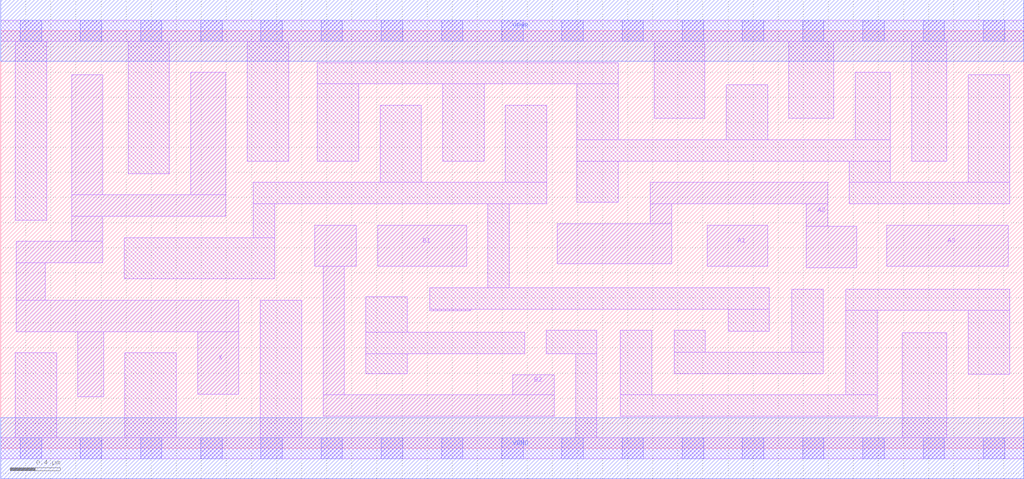
<source format=lef>
# Copyright 2020 The SkyWater PDK Authors
#
# Licensed under the Apache License, Version 2.0 (the "License");
# you may not use this file except in compliance with the License.
# You may obtain a copy of the License at
#
#     https://www.apache.org/licenses/LICENSE-2.0
#
# Unless required by applicable law or agreed to in writing, software
# distributed under the License is distributed on an "AS IS" BASIS,
# WITHOUT WARRANTIES OR CONDITIONS OF ANY KIND, either express or implied.
# See the License for the specific language governing permissions and
# limitations under the License.
#
# SPDX-License-Identifier: Apache-2.0

VERSION 5.7 ;
  NAMESCASESENSITIVE ON ;
  NOWIREEXTENSIONATPIN ON ;
  DIVIDERCHAR "/" ;
  BUSBITCHARS "[]" ;
UNITS
  DATABASE MICRONS 200 ;
END UNITS
MACRO sky130_fd_sc_hs__a32o_4
  CLASS CORE ;
  SOURCE USER ;
  FOREIGN sky130_fd_sc_hs__a32o_4 ;
  ORIGIN  0.000000  0.000000 ;
  SIZE  8.160000 BY  3.330000 ;
  SYMMETRY X Y ;
  SITE unit ;
  PIN A1
    ANTENNAGATEAREA  0.492000 ;
    DIRECTION INPUT ;
    USE SIGNAL ;
    PORT
      LAYER li1 ;
        RECT 5.635000 1.450000 6.115000 1.780000 ;
    END
  END A1
  PIN A2
    ANTENNAGATEAREA  0.492000 ;
    DIRECTION INPUT ;
    USE SIGNAL ;
    PORT
      LAYER li1 ;
        RECT 4.440000 1.470000 5.350000 1.790000 ;
        RECT 5.180000 1.790000 5.350000 1.950000 ;
        RECT 5.180000 1.950000 6.595000 2.120000 ;
        RECT 6.425000 1.440000 6.825000 1.770000 ;
        RECT 6.425000 1.770000 6.595000 1.950000 ;
    END
  END A2
  PIN A3
    ANTENNAGATEAREA  0.492000 ;
    DIRECTION INPUT ;
    USE SIGNAL ;
    PORT
      LAYER li1 ;
        RECT 7.065000 1.450000 8.035000 1.780000 ;
    END
  END A3
  PIN B1
    ANTENNAGATEAREA  0.492000 ;
    DIRECTION INPUT ;
    USE SIGNAL ;
    PORT
      LAYER li1 ;
        RECT 3.005000 1.450000 3.715000 1.780000 ;
    END
  END B1
  PIN B2
    ANTENNAGATEAREA  0.492000 ;
    DIRECTION INPUT ;
    USE SIGNAL ;
    PORT
      LAYER li1 ;
        RECT 2.505000 1.450000 2.835000 1.780000 ;
        RECT 2.570000 0.255000 4.415000 0.425000 ;
        RECT 2.570000 0.425000 2.740000 1.450000 ;
        RECT 4.085000 0.425000 4.415000 0.585000 ;
    END
  END B2
  PIN X
    ANTENNADIFFAREA  1.097500 ;
    DIRECTION OUTPUT ;
    USE SIGNAL ;
    PORT
      LAYER li1 ;
        RECT 0.125000 0.930000 1.900000 1.180000 ;
        RECT 0.125000 1.180000 0.355000 1.480000 ;
        RECT 0.125000 1.480000 0.815000 1.650000 ;
        RECT 0.565000 1.650000 0.815000 1.850000 ;
        RECT 0.565000 1.850000 1.795000 2.020000 ;
        RECT 0.565000 2.020000 0.815000 2.980000 ;
        RECT 0.615000 0.410000 0.820000 0.930000 ;
        RECT 1.515000 2.020000 1.795000 3.000000 ;
        RECT 1.570000 0.430000 1.900000 0.930000 ;
    END
  END X
  PIN VGND
    DIRECTION INOUT ;
    USE GROUND ;
    PORT
      LAYER met1 ;
        RECT 0.000000 -0.245000 8.160000 0.245000 ;
    END
  END VGND
  PIN VPWR
    DIRECTION INOUT ;
    USE POWER ;
    PORT
      LAYER met1 ;
        RECT 0.000000 3.085000 8.160000 3.575000 ;
    END
  END VPWR
  OBS
    LAYER li1 ;
      RECT 0.000000 -0.085000 8.160000 0.085000 ;
      RECT 0.000000  3.245000 8.160000 3.415000 ;
      RECT 0.115000  0.085000 0.445000 0.760000 ;
      RECT 0.115000  1.820000 0.365000 3.245000 ;
      RECT 0.985000  1.350000 2.185000 1.680000 ;
      RECT 0.990000  0.085000 1.400000 0.760000 ;
      RECT 1.015000  2.190000 1.345000 3.245000 ;
      RECT 1.965000  2.290000 2.295000 3.245000 ;
      RECT 2.015000  1.680000 2.185000 1.950000 ;
      RECT 2.015000  1.950000 4.355000 2.120000 ;
      RECT 2.070000  0.085000 2.400000 1.180000 ;
      RECT 2.525000  2.290000 2.855000 2.905000 ;
      RECT 2.525000  2.905000 4.925000 3.075000 ;
      RECT 2.910000  0.595000 3.240000 0.755000 ;
      RECT 2.910000  0.755000 4.180000 0.925000 ;
      RECT 2.910000  0.925000 3.240000 1.210000 ;
      RECT 3.025000  2.120000 3.355000 2.735000 ;
      RECT 3.420000  1.095000 3.750000 1.110000 ;
      RECT 3.420000  1.110000 6.130000 1.280000 ;
      RECT 3.525000  2.290000 3.855000 2.905000 ;
      RECT 3.885000  1.280000 4.055000 1.950000 ;
      RECT 4.025000  2.120000 4.355000 2.735000 ;
      RECT 4.350000  0.755000 4.755000 0.940000 ;
      RECT 4.585000  0.085000 4.755000 0.755000 ;
      RECT 4.595000  1.960000 4.925000 2.290000 ;
      RECT 4.595000  2.290000 7.095000 2.460000 ;
      RECT 4.595000  2.460000 4.925000 2.905000 ;
      RECT 4.940000  0.255000 6.990000 0.425000 ;
      RECT 4.940000  0.425000 5.190000 0.940000 ;
      RECT 5.210000  2.630000 5.615000 3.245000 ;
      RECT 5.370000  0.595000 6.560000 0.765000 ;
      RECT 5.370000  0.765000 5.620000 0.940000 ;
      RECT 5.785000  2.460000 6.115000 2.900000 ;
      RECT 5.800000  0.935000 6.130000 1.110000 ;
      RECT 6.285000  2.630000 6.645000 3.245000 ;
      RECT 6.310000  0.765000 6.560000 1.270000 ;
      RECT 6.740000  0.425000 6.990000 1.100000 ;
      RECT 6.740000  1.100000 8.045000 1.270000 ;
      RECT 6.765000  1.950000 8.045000 2.120000 ;
      RECT 6.765000  2.120000 7.095000 2.290000 ;
      RECT 6.815000  2.460000 7.095000 3.000000 ;
      RECT 7.190000  0.085000 7.545000 0.920000 ;
      RECT 7.265000  2.290000 7.545000 3.245000 ;
      RECT 7.715000  0.590000 8.045000 1.100000 ;
      RECT 7.715000  2.120000 8.045000 2.980000 ;
    LAYER mcon ;
      RECT 0.155000 -0.085000 0.325000 0.085000 ;
      RECT 0.155000  3.245000 0.325000 3.415000 ;
      RECT 0.635000 -0.085000 0.805000 0.085000 ;
      RECT 0.635000  3.245000 0.805000 3.415000 ;
      RECT 1.115000 -0.085000 1.285000 0.085000 ;
      RECT 1.115000  3.245000 1.285000 3.415000 ;
      RECT 1.595000 -0.085000 1.765000 0.085000 ;
      RECT 1.595000  3.245000 1.765000 3.415000 ;
      RECT 2.075000 -0.085000 2.245000 0.085000 ;
      RECT 2.075000  3.245000 2.245000 3.415000 ;
      RECT 2.555000 -0.085000 2.725000 0.085000 ;
      RECT 2.555000  3.245000 2.725000 3.415000 ;
      RECT 3.035000 -0.085000 3.205000 0.085000 ;
      RECT 3.035000  3.245000 3.205000 3.415000 ;
      RECT 3.515000 -0.085000 3.685000 0.085000 ;
      RECT 3.515000  3.245000 3.685000 3.415000 ;
      RECT 3.995000 -0.085000 4.165000 0.085000 ;
      RECT 3.995000  3.245000 4.165000 3.415000 ;
      RECT 4.475000 -0.085000 4.645000 0.085000 ;
      RECT 4.475000  3.245000 4.645000 3.415000 ;
      RECT 4.955000 -0.085000 5.125000 0.085000 ;
      RECT 4.955000  3.245000 5.125000 3.415000 ;
      RECT 5.435000 -0.085000 5.605000 0.085000 ;
      RECT 5.435000  3.245000 5.605000 3.415000 ;
      RECT 5.915000 -0.085000 6.085000 0.085000 ;
      RECT 5.915000  3.245000 6.085000 3.415000 ;
      RECT 6.395000 -0.085000 6.565000 0.085000 ;
      RECT 6.395000  3.245000 6.565000 3.415000 ;
      RECT 6.875000 -0.085000 7.045000 0.085000 ;
      RECT 6.875000  3.245000 7.045000 3.415000 ;
      RECT 7.355000 -0.085000 7.525000 0.085000 ;
      RECT 7.355000  3.245000 7.525000 3.415000 ;
      RECT 7.835000 -0.085000 8.005000 0.085000 ;
      RECT 7.835000  3.245000 8.005000 3.415000 ;
  END
END sky130_fd_sc_hs__a32o_4

</source>
